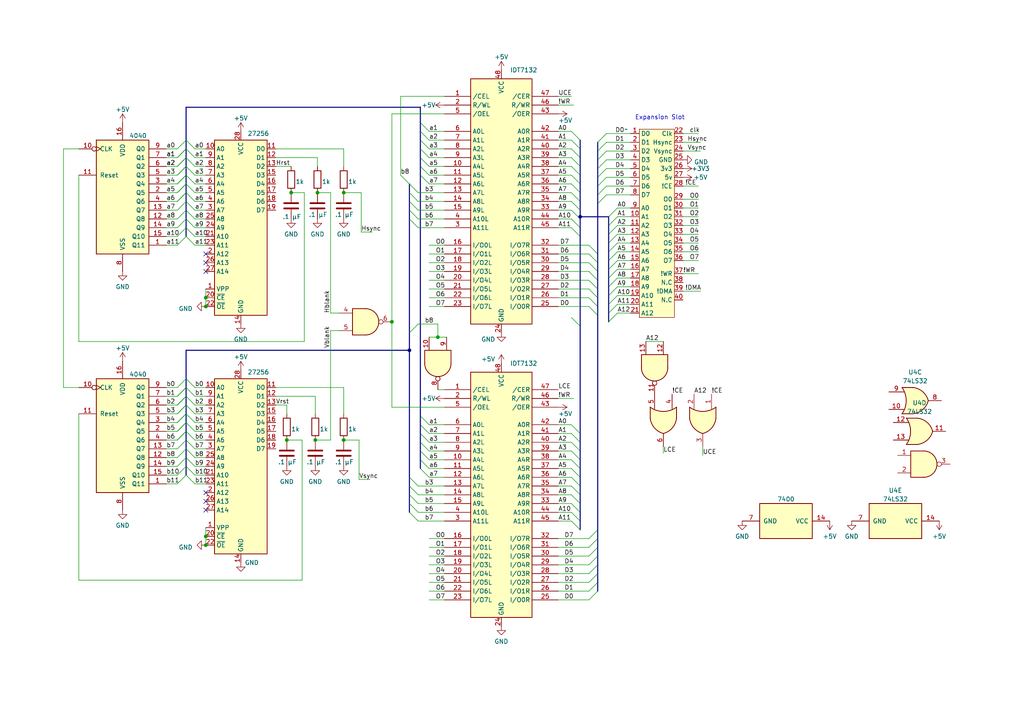
<source format=kicad_sch>
(kicad_sch (version 20230121) (generator eeschema)
  (paper "A4")
  (junction (at 118.745 101.6))
  (junction (at 59.69 88.9))
  (junction (at 99.695 127.635))
  (junction (at 83.185 127.635))
  (junction (at 168.275 62.865))
  (junction (at 99.695 55.88))
  (junction (at 92.075 55.88))
  (junction (at 127 97.79))
  (junction (at 91.44 127.635))
  (junction (at 59.69 86.36))
  (junction (at 84.455 55.88))
  (junction (at 59.69 155.575))
  (junction (at 113.665 93.345))
  (junction (at 59.69 158.115))
  (no_connect (at 59.69 78.74))
  (no_connect (at 59.69 76.2))
  (no_connect (at 59.69 73.66))
  (no_connect (at 59.69 145.415))
  (no_connect (at 59.69 142.875))
  (no_connect (at 59.69 147.955))
  (bus_entry (at 53.975 68.58) (size 2.54 2.54))
  (bus_entry (at 51.435 112.395) (size 2.54 -2.54))
  (bus_entry (at 53.975 122.555) (size 2.54 2.54))
  (bus_entry (at 170.815 81.28) (size 2.54 2.54))
  (bus_entry (at 51.435 120.015) (size 2.54 -2.54))
  (bus_entry (at 53.975 120.015) (size 2.54 2.54))
  (bus_entry (at 173.355 156.21) (size -2.54 2.54))
  (bus_entry (at 170.815 86.36) (size 2.54 2.54))
  (bus_entry (at 118.745 140.97) (size 2.54 2.54))
  (bus_entry (at 168.275 128.27) (size -2.54 -2.54))
  (bus_entry (at 168.275 153.67) (size -2.54 -2.54))
  (bus_entry (at 121.92 125.73) (size 2.54 2.54))
  (bus_entry (at 170.815 73.66) (size 2.54 2.54))
  (bus_entry (at 121.92 120.65) (size 2.54 2.54))
  (bus_entry (at 121.92 135.89) (size 2.54 2.54))
  (bus_entry (at 51.435 137.795) (size 2.54 -2.54))
  (bus_entry (at 53.975 127.635) (size 2.54 2.54))
  (bus_entry (at 53.975 60.96) (size 2.54 2.54))
  (bus_entry (at 118.745 96.52) (size 2.54 -2.54))
  (bus_entry (at 173.355 153.67) (size -2.54 2.54))
  (bus_entry (at 53.975 53.34) (size 2.54 2.54))
  (bus_entry (at 53.975 130.175) (size 2.54 2.54))
  (bus_entry (at 51.435 114.935) (size 2.54 -2.54))
  (bus_entry (at 51.435 71.12) (size 2.54 -2.54))
  (bus_entry (at 121.92 35.56) (size 2.54 2.54))
  (bus_entry (at 51.435 125.095) (size 2.54 -2.54))
  (bus_entry (at 51.435 114.935) (size 2.54 -2.54))
  (bus_entry (at 118.745 58.42) (size 2.54 2.54))
  (bus_entry (at 51.435 140.335) (size 2.54 -2.54))
  (bus_entry (at 121.92 45.72) (size 2.54 2.54))
  (bus_entry (at 176.53 93.345) (size 2.54 -2.54))
  (bus_entry (at 121.92 50.8) (size 2.54 2.54))
  (bus_entry (at 51.435 68.58) (size 2.54 -2.54))
  (bus_entry (at 53.975 125.095) (size 2.54 2.54))
  (bus_entry (at 53.975 66.04) (size 2.54 2.54))
  (bus_entry (at 168.275 40.64) (size -2.54 -2.54))
  (bus_entry (at 168.275 63.5) (size -2.54 -2.54))
  (bus_entry (at 173.355 43.815) (size 2.54 -2.54))
  (bus_entry (at 173.355 46.355) (size 2.54 -2.54))
  (bus_entry (at 118.745 138.43) (size 2.54 2.54))
  (bus_entry (at 51.435 127.635) (size 2.54 -2.54))
  (bus_entry (at 51.435 120.015) (size 2.54 -2.54))
  (bus_entry (at 53.975 117.475) (size 2.54 2.54))
  (bus_entry (at 168.275 58.42) (size -2.54 -2.54))
  (bus_entry (at 168.275 133.35) (size -2.54 -2.54))
  (bus_entry (at 168.275 43.18) (size -2.54 -2.54))
  (bus_entry (at 176.53 78.105) (size 2.54 -2.54))
  (bus_entry (at 121.92 130.81) (size 2.54 2.54))
  (bus_entry (at 51.435 48.26) (size 2.54 -2.54))
  (bus_entry (at 173.355 166.37) (size -2.54 2.54))
  (bus_entry (at 121.92 40.64) (size 2.54 2.54))
  (bus_entry (at 51.435 50.8) (size 2.54 -2.54))
  (bus_entry (at 121.92 43.18) (size 2.54 2.54))
  (bus_entry (at 118.745 148.59) (size 2.54 2.54))
  (bus_entry (at 173.355 41.275) (size 2.54 -2.54))
  (bus_entry (at 51.435 58.42) (size 2.54 -2.54))
  (bus_entry (at 176.53 67.945) (size 2.54 -2.54))
  (bus_entry (at 168.275 48.26) (size -2.54 -2.54))
  (bus_entry (at 176.53 70.485) (size 2.54 -2.54))
  (bus_entry (at 168.275 130.81) (size -2.54 -2.54))
  (bus_entry (at 51.435 135.255) (size 2.54 -2.54))
  (bus_entry (at 51.435 132.715) (size 2.54 -2.54))
  (bus_entry (at 165.735 92.075) (size 2.54 2.54))
  (bus_entry (at 121.92 38.1) (size 2.54 2.54))
  (bus_entry (at 173.355 163.83) (size -2.54 2.54))
  (bus_entry (at 53.975 43.18) (size 2.54 2.54))
  (bus_entry (at 173.355 48.895) (size 2.54 -2.54))
  (bus_entry (at 118.745 146.05) (size 2.54 2.54))
  (bus_entry (at 51.435 130.175) (size 2.54 -2.54))
  (bus_entry (at 53.975 112.395) (size 2.54 2.54))
  (bus_entry (at 51.435 125.095) (size 2.54 -2.54))
  (bus_entry (at 176.53 90.805) (size 2.54 -2.54))
  (bus_entry (at 51.435 127.635) (size 2.54 -2.54))
  (bus_entry (at 170.815 78.74) (size 2.54 2.54))
  (bus_entry (at 173.355 171.45) (size -2.54 2.54))
  (bus_entry (at 168.275 135.89) (size -2.54 -2.54))
  (bus_entry (at 168.275 143.51) (size -2.54 -2.54))
  (bus_entry (at 53.975 135.255) (size 2.54 2.54))
  (bus_entry (at 53.975 137.795) (size 2.54 2.54))
  (bus_entry (at 53.975 109.855) (size 2.54 2.54))
  (bus_entry (at 121.92 128.27) (size 2.54 2.54))
  (bus_entry (at 51.435 117.475) (size 2.54 -2.54))
  (bus_entry (at 173.355 59.055) (size 2.54 -2.54))
  (bus_entry (at 121.92 123.19) (size 2.54 2.54))
  (bus_entry (at 176.53 80.645) (size 2.54 -2.54))
  (bus_entry (at 176.53 75.565) (size 2.54 -2.54))
  (bus_entry (at 51.435 122.555) (size 2.54 -2.54))
  (bus_entry (at 121.92 133.35) (size 2.54 2.54))
  (bus_entry (at 176.53 62.865) (size 2.54 -2.54))
  (bus_entry (at 51.435 122.555) (size 2.54 -2.54))
  (bus_entry (at 168.275 138.43) (size -2.54 -2.54))
  (bus_entry (at 51.435 60.96) (size 2.54 -2.54))
  (bus_entry (at 170.815 71.12) (size 2.54 2.54))
  (bus_entry (at 118.745 60.96) (size 2.54 2.54))
  (bus_entry (at 168.275 146.05) (size -2.54 -2.54))
  (bus_entry (at 118.745 53.34) (size 2.54 2.54))
  (bus_entry (at 168.275 50.8) (size -2.54 -2.54))
  (bus_entry (at 53.975 40.64) (size 2.54 2.54))
  (bus_entry (at 176.53 83.185) (size 2.54 -2.54))
  (bus_entry (at 170.815 88.9) (size 2.54 2.54))
  (bus_entry (at 51.435 55.88) (size 2.54 -2.54))
  (bus_entry (at 168.275 151.13) (size -2.54 -2.54))
  (bus_entry (at 118.745 63.5) (size 2.54 2.54))
  (bus_entry (at 51.435 63.5) (size 2.54 -2.54))
  (bus_entry (at 53.975 45.72) (size 2.54 2.54))
  (bus_entry (at 53.975 132.715) (size 2.54 2.54))
  (bus_entry (at 173.355 51.435) (size 2.54 -2.54))
  (bus_entry (at 51.435 66.04) (size 2.54 -2.54))
  (bus_entry (at 51.435 55.88) (size 2.54 -2.54))
  (bus_entry (at 176.53 85.725) (size 2.54 -2.54))
  (bus_entry (at 168.275 140.97) (size -2.54 -2.54))
  (bus_entry (at 51.435 53.34) (size 2.54 -2.54))
  (bus_entry (at 168.275 45.72) (size -2.54 -2.54))
  (bus_entry (at 53.975 55.88) (size 2.54 2.54))
  (bus_entry (at 168.275 148.59) (size -2.54 -2.54))
  (bus_entry (at 168.275 125.73) (size -2.54 -2.54))
  (bus_entry (at 53.975 48.26) (size 2.54 2.54))
  (bus_entry (at 53.975 63.5) (size 2.54 2.54))
  (bus_entry (at 176.53 73.025) (size 2.54 -2.54))
  (bus_entry (at 51.435 50.8) (size 2.54 -2.54))
  (bus_entry (at 173.355 158.75) (size -2.54 2.54))
  (bus_entry (at 51.435 48.26) (size 2.54 -2.54))
  (bus_entry (at 121.92 48.26) (size 2.54 2.54))
  (bus_entry (at 118.745 53.34) (size -2.54 -2.54))
  (bus_entry (at 51.435 117.475) (size 2.54 -2.54))
  (bus_entry (at 51.435 45.72) (size 2.54 -2.54))
  (bus_entry (at 173.355 168.91) (size -2.54 2.54))
  (bus_entry (at 176.53 65.405) (size 2.54 -2.54))
  (bus_entry (at 176.53 88.265) (size 2.54 -2.54))
  (bus_entry (at 51.435 43.18) (size 2.54 -2.54))
  (bus_entry (at 53.975 50.8) (size 2.54 2.54))
  (bus_entry (at 170.815 83.82) (size 2.54 2.54))
  (bus_entry (at 173.355 161.29) (size -2.54 2.54))
  (bus_entry (at 168.275 68.58) (size -2.54 -2.54))
  (bus_entry (at 168.275 60.96) (size -2.54 -2.54))
  (bus_entry (at 51.435 58.42) (size 2.54 -2.54))
  (bus_entry (at 170.815 76.2) (size 2.54 2.54))
  (bus_entry (at 173.355 56.515) (size 2.54 -2.54))
  (bus_entry (at 173.355 53.975) (size 2.54 -2.54))
  (bus_entry (at 51.435 53.34) (size 2.54 -2.54))
  (bus_entry (at 168.275 53.34) (size -2.54 -2.54))
  (bus_entry (at 51.435 45.72) (size 2.54 -2.54))
  (bus_entry (at 53.975 58.42) (size 2.54 2.54))
  (bus_entry (at 118.745 55.88) (size 2.54 2.54))
  (bus_entry (at 118.745 143.51) (size 2.54 2.54))
  (bus_entry (at 168.275 55.88) (size -2.54 -2.54))
  (bus_entry (at 168.275 66.04) (size -2.54 -2.54))
  (bus_entry (at 53.975 114.935) (size 2.54 2.54))
  (bus (pts (xy 168.275 146.05) (xy 168.275 148.59)))
  (bus (pts (xy 118.745 138.43) (xy 118.745 140.97)))
  (wire (pts (xy 124.46 130.81) (xy 128.905 130.81)))
  (bus (pts (xy 168.275 151.13) (xy 168.275 153.67)))
  (wire (pts (xy 48.26 122.555) (xy 51.435 122.555)))
  (wire (pts (xy 56.515 125.095) (xy 59.69 125.095)))
  (bus (pts (xy 53.975 66.04) (xy 53.975 68.58)))
  (wire (pts (xy 104.775 55.88) (xy 104.775 67.31)))
  (wire (pts (xy 175.895 38.735) (xy 182.88 38.735)))
  (wire (pts (xy 161.925 53.34) (xy 165.735 53.34)))
  (wire (pts (xy 48.26 58.42) (xy 51.435 58.42)))
  (bus (pts (xy 168.275 60.96) (xy 168.275 62.865)))
  (wire (pts (xy 22.86 99.06) (xy 22.86 50.8)))
  (wire (pts (xy 121.285 66.04) (xy 128.905 66.04)))
  (wire (pts (xy 128.905 83.82) (xy 124.46 83.82)))
  (wire (pts (xy 22.86 168.275) (xy 22.86 120.015)))
  (wire (pts (xy 179.07 80.645) (xy 182.88 80.645)))
  (wire (pts (xy 48.26 50.8) (xy 51.435 50.8)))
  (bus (pts (xy 173.355 73.66) (xy 173.355 59.055)))
  (wire (pts (xy 48.26 114.935) (xy 51.435 114.935)))
  (wire (pts (xy 48.26 53.34) (xy 51.435 53.34)))
  (wire (pts (xy 128.905 118.11) (xy 113.665 118.11)))
  (bus (pts (xy 168.275 40.64) (xy 168.275 43.18)))
  (wire (pts (xy 48.26 45.72) (xy 51.435 45.72)))
  (bus (pts (xy 121.92 31.115) (xy 53.975 31.115)))
  (wire (pts (xy 124.46 40.64) (xy 128.905 40.64)))
  (wire (pts (xy 161.925 130.81) (xy 165.735 130.81)))
  (wire (pts (xy 88.265 55.88) (xy 88.265 99.06)))
  (wire (pts (xy 161.925 58.42) (xy 165.735 58.42)))
  (wire (pts (xy 124.46 135.89) (xy 128.905 135.89)))
  (wire (pts (xy 161.925 78.74) (xy 170.815 78.74)))
  (wire (pts (xy 48.26 132.715) (xy 51.435 132.715)))
  (wire (pts (xy 161.925 151.13) (xy 165.735 151.13)))
  (wire (pts (xy 166.37 30.48) (xy 161.925 30.48)))
  (wire (pts (xy 161.925 45.72) (xy 165.735 45.72)))
  (wire (pts (xy 170.815 168.91) (xy 161.925 168.91)))
  (wire (pts (xy 203.2 41.275) (xy 198.12 41.275)))
  (wire (pts (xy 170.815 156.21) (xy 161.925 156.21)))
  (bus (pts (xy 168.275 128.27) (xy 168.275 130.81)))
  (bus (pts (xy 53.975 63.5) (xy 53.975 66.04)))
  (bus (pts (xy 53.975 112.395) (xy 53.975 114.935)))
  (wire (pts (xy 59.69 153.035) (xy 59.69 155.575)))
  (wire (pts (xy 48.26 130.175) (xy 51.435 130.175)))
  (bus (pts (xy 121.92 38.1) (xy 121.92 35.56)))
  (wire (pts (xy 161.925 43.18) (xy 165.735 43.18)))
  (bus (pts (xy 168.275 53.34) (xy 168.275 55.88)))
  (wire (pts (xy 128.905 71.12) (xy 124.46 71.12)))
  (bus (pts (xy 173.355 48.895) (xy 173.355 51.435)))
  (bus (pts (xy 168.275 143.51) (xy 168.275 146.05)))
  (bus (pts (xy 168.275 68.58) (xy 168.275 94.615)))
  (wire (pts (xy 128.905 33.02) (xy 113.665 33.02)))
  (wire (pts (xy 56.515 132.715) (xy 59.69 132.715)))
  (wire (pts (xy 124.46 43.18) (xy 128.905 43.18)))
  (wire (pts (xy 128.905 156.21) (xy 124.46 156.21)))
  (bus (pts (xy 168.275 130.81) (xy 168.275 133.35)))
  (bus (pts (xy 173.355 41.275) (xy 173.355 43.815)))
  (wire (pts (xy 124.46 133.35) (xy 128.905 133.35)))
  (bus (pts (xy 176.53 85.725) (xy 176.53 88.265)))
  (wire (pts (xy 175.895 56.515) (xy 182.88 56.515)))
  (wire (pts (xy 202.565 38.735) (xy 198.12 38.735)))
  (wire (pts (xy 170.815 163.83) (xy 161.925 163.83)))
  (bus (pts (xy 168.275 62.865) (xy 168.275 63.5)))
  (wire (pts (xy 202.565 57.785) (xy 198.12 57.785)))
  (bus (pts (xy 168.275 138.43) (xy 168.275 140.97)))
  (bus (pts (xy 53.975 125.095) (xy 53.975 127.635)))
  (wire (pts (xy 128.905 73.66) (xy 124.46 73.66)))
  (bus (pts (xy 168.275 66.04) (xy 168.275 68.58)))
  (bus (pts (xy 53.975 101.6) (xy 53.975 109.855)))
  (bus (pts (xy 118.745 53.34) (xy 118.745 55.88)))
  (bus (pts (xy 173.355 56.515) (xy 173.355 59.055)))
  (bus (pts (xy 118.745 63.5) (xy 118.745 96.52)))
  (bus (pts (xy 121.92 35.56) (xy 121.92 31.115)))
  (wire (pts (xy 56.515 120.015) (xy 59.69 120.015)))
  (bus (pts (xy 176.53 90.805) (xy 176.53 93.345)))
  (wire (pts (xy 170.815 158.75) (xy 161.925 158.75)))
  (bus (pts (xy 176.53 80.645) (xy 176.53 83.185)))
  (wire (pts (xy 161.925 55.88) (xy 165.735 55.88)))
  (wire (pts (xy 124.46 125.73) (xy 128.905 125.73)))
  (wire (pts (xy 113.665 33.02) (xy 113.665 93.345)))
  (wire (pts (xy 121.285 140.97) (xy 128.905 140.97)))
  (wire (pts (xy 179.07 75.565) (xy 182.88 75.565)))
  (bus (pts (xy 118.745 146.05) (xy 118.745 148.59)))
  (wire (pts (xy 179.07 83.185) (xy 182.88 83.185)))
  (wire (pts (xy 98.425 95.885) (xy 95.885 95.885)))
  (bus (pts (xy 118.745 58.42) (xy 118.745 60.96)))
  (wire (pts (xy 161.925 88.9) (xy 170.815 88.9)))
  (wire (pts (xy 56.515 50.8) (xy 59.69 50.8)))
  (bus (pts (xy 176.53 70.485) (xy 176.53 73.025)))
  (bus (pts (xy 173.355 81.28) (xy 173.355 83.82)))
  (wire (pts (xy 104.14 127.635) (xy 104.14 139.065)))
  (bus (pts (xy 168.275 45.72) (xy 168.275 48.26)))
  (bus (pts (xy 173.355 46.355) (xy 173.355 48.895)))
  (wire (pts (xy 48.26 60.96) (xy 51.435 60.96)))
  (bus (pts (xy 53.975 114.935) (xy 53.975 117.475)))
  (wire (pts (xy 128.905 76.2) (xy 124.46 76.2)))
  (wire (pts (xy 104.775 67.31) (xy 107.95 67.31)))
  (wire (pts (xy 121.285 143.51) (xy 128.905 143.51)))
  (wire (pts (xy 59.69 86.36) (xy 59.69 88.9)))
  (bus (pts (xy 168.275 62.865) (xy 176.53 62.865)))
  (bus (pts (xy 176.53 75.565) (xy 176.53 78.105)))
  (wire (pts (xy 202.565 79.375) (xy 198.12 79.375)))
  (wire (pts (xy 99.695 43.18) (xy 99.695 48.26)))
  (wire (pts (xy 48.26 125.095) (xy 51.435 125.095)))
  (wire (pts (xy 166.37 115.57) (xy 161.925 115.57)))
  (wire (pts (xy 99.695 43.18) (xy 80.01 43.18)))
  (bus (pts (xy 173.355 161.29) (xy 173.355 158.75)))
  (bus (pts (xy 53.975 127.635) (xy 53.975 130.175)))
  (wire (pts (xy 128.905 166.37) (xy 124.46 166.37)))
  (wire (pts (xy 121.285 58.42) (xy 128.905 58.42)))
  (wire (pts (xy 179.07 90.805) (xy 182.88 90.805)))
  (wire (pts (xy 161.925 63.5) (xy 165.735 63.5)))
  (bus (pts (xy 173.355 78.74) (xy 173.355 81.28)))
  (bus (pts (xy 173.355 76.2) (xy 173.355 78.74)))
  (wire (pts (xy 80.01 114.935) (xy 91.44 114.935)))
  (wire (pts (xy 18.415 112.395) (xy 22.86 112.395)))
  (wire (pts (xy 99.695 127.635) (xy 104.14 127.635)))
  (wire (pts (xy 175.895 53.975) (xy 182.88 53.975)))
  (wire (pts (xy 48.26 137.795) (xy 51.435 137.795)))
  (wire (pts (xy 161.925 125.73) (xy 165.735 125.73)))
  (wire (pts (xy 56.515 63.5) (xy 59.69 63.5)))
  (wire (pts (xy 161.925 123.19) (xy 165.735 123.19)))
  (wire (pts (xy 56.515 127.635) (xy 59.69 127.635)))
  (wire (pts (xy 92.075 55.88) (xy 95.885 55.88)))
  (bus (pts (xy 53.975 122.555) (xy 53.975 125.095)))
  (bus (pts (xy 173.355 88.9) (xy 173.355 91.44)))
  (bus (pts (xy 118.745 55.88) (xy 118.745 58.42)))
  (wire (pts (xy 170.815 173.99) (xy 161.925 173.99)))
  (wire (pts (xy 128.905 173.99) (xy 124.46 173.99)))
  (wire (pts (xy 56.515 112.395) (xy 59.69 112.395)))
  (wire (pts (xy 161.925 83.82) (xy 170.815 83.82)))
  (bus (pts (xy 168.275 63.5) (xy 168.275 66.04)))
  (wire (pts (xy 202.565 67.945) (xy 198.12 67.945)))
  (wire (pts (xy 48.26 112.395) (xy 51.435 112.395)))
  (wire (pts (xy 179.07 73.025) (xy 182.88 73.025)))
  (bus (pts (xy 168.275 133.35) (xy 168.275 135.89)))
  (wire (pts (xy 179.07 88.265) (xy 182.88 88.265)))
  (wire (pts (xy 128.905 78.74) (xy 124.46 78.74)))
  (bus (pts (xy 53.975 58.42) (xy 53.975 60.96)))
  (wire (pts (xy 128.905 168.91) (xy 124.46 168.91)))
  (wire (pts (xy 48.26 68.58) (xy 51.435 68.58)))
  (wire (pts (xy 121.285 146.05) (xy 128.905 146.05)))
  (wire (pts (xy 161.925 146.05) (xy 165.735 146.05)))
  (wire (pts (xy 83.185 127.635) (xy 87.63 127.635)))
  (bus (pts (xy 173.355 156.21) (xy 173.355 153.67)))
  (wire (pts (xy 124.46 45.72) (xy 128.905 45.72)))
  (wire (pts (xy 161.925 71.12) (xy 170.815 71.12)))
  (wire (pts (xy 56.515 117.475) (xy 59.69 117.475)))
  (bus (pts (xy 121.92 135.89) (xy 121.92 133.35)))
  (wire (pts (xy 104.14 139.065) (xy 107.315 139.065)))
  (bus (pts (xy 173.355 83.82) (xy 173.355 86.36)))
  (wire (pts (xy 202.565 62.865) (xy 198.12 62.865)))
  (bus (pts (xy 173.355 153.67) (xy 173.355 91.44)))
  (bus (pts (xy 53.975 60.96) (xy 53.975 63.5)))
  (wire (pts (xy 121.285 148.59) (xy 128.905 148.59)))
  (wire (pts (xy 202.565 60.325) (xy 198.12 60.325)))
  (bus (pts (xy 173.355 73.66) (xy 173.355 76.2)))
  (wire (pts (xy 91.44 114.935) (xy 91.44 120.015)))
  (wire (pts (xy 48.26 120.015) (xy 51.435 120.015)))
  (wire (pts (xy 84.455 55.88) (xy 88.265 55.88)))
  (bus (pts (xy 121.92 40.64) (xy 121.92 38.1)))
  (bus (pts (xy 176.53 67.945) (xy 176.53 70.485)))
  (bus (pts (xy 121.92 128.27) (xy 121.92 125.73)))
  (wire (pts (xy 18.415 43.18) (xy 18.415 112.395)))
  (wire (pts (xy 95.885 95.885) (xy 95.885 127.635)))
  (wire (pts (xy 56.515 137.795) (xy 59.69 137.795)))
  (wire (pts (xy 56.515 122.555) (xy 59.69 122.555)))
  (bus (pts (xy 121.92 120.65) (xy 121.92 50.8)))
  (wire (pts (xy 161.925 73.66) (xy 170.815 73.66)))
  (wire (pts (xy 128.905 81.28) (xy 124.46 81.28)))
  (wire (pts (xy 124.46 53.34) (xy 128.905 53.34)))
  (bus (pts (xy 173.355 166.37) (xy 173.355 163.83)))
  (bus (pts (xy 176.53 78.105) (xy 176.53 80.645)))
  (wire (pts (xy 99.695 55.88) (xy 104.775 55.88)))
  (bus (pts (xy 168.275 58.42) (xy 168.275 60.96)))
  (wire (pts (xy 170.815 161.29) (xy 161.925 161.29)))
  (bus (pts (xy 176.53 65.405) (xy 176.53 67.945)))
  (bus (pts (xy 173.355 171.45) (xy 173.355 168.91)))
  (wire (pts (xy 80.01 117.475) (xy 83.185 117.475)))
  (bus (pts (xy 53.975 40.64) (xy 53.975 31.115)))
  (wire (pts (xy 48.26 63.5) (xy 51.435 63.5)))
  (bus (pts (xy 173.355 86.36) (xy 173.355 88.9)))
  (bus (pts (xy 53.975 53.34) (xy 53.975 55.88)))
  (wire (pts (xy 161.925 133.35) (xy 165.735 133.35)))
  (wire (pts (xy 56.515 60.96) (xy 59.69 60.96)))
  (wire (pts (xy 161.925 27.94) (xy 165.735 27.94)))
  (wire (pts (xy 95.885 55.88) (xy 95.885 90.805)))
  (wire (pts (xy 203.835 132.08) (xy 203.835 129.54)))
  (wire (pts (xy 198.12 53.975) (xy 202.565 53.975)))
  (wire (pts (xy 128.905 88.9) (xy 124.46 88.9)))
  (wire (pts (xy 161.925 138.43) (xy 165.735 138.43)))
  (wire (pts (xy 161.925 76.2) (xy 170.815 76.2)))
  (bus (pts (xy 53.975 48.26) (xy 53.975 50.8)))
  (wire (pts (xy 202.565 73.025) (xy 198.12 73.025)))
  (bus (pts (xy 168.275 43.18) (xy 168.275 45.72)))
  (wire (pts (xy 80.01 48.26) (xy 84.455 48.26)))
  (wire (pts (xy 22.86 168.275) (xy 87.63 168.275)))
  (wire (pts (xy 179.07 62.865) (xy 182.88 62.865)))
  (wire (pts (xy 202.565 70.485) (xy 198.12 70.485)))
  (wire (pts (xy 116.205 27.94) (xy 116.205 50.8)))
  (wire (pts (xy 187.325 99.06) (xy 192.405 99.06)))
  (wire (pts (xy 192.405 131.445) (xy 192.405 129.54)))
  (bus (pts (xy 168.275 140.97) (xy 168.275 143.51)))
  (wire (pts (xy 124.46 123.19) (xy 128.905 123.19)))
  (bus (pts (xy 121.92 45.72) (xy 121.92 43.18)))
  (wire (pts (xy 113.665 118.11) (xy 113.665 93.345)))
  (wire (pts (xy 59.69 155.575) (xy 59.69 158.115)))
  (wire (pts (xy 128.905 113.03) (xy 127 113.03)))
  (wire (pts (xy 56.515 130.175) (xy 59.69 130.175)))
  (wire (pts (xy 56.515 66.04) (xy 59.69 66.04)))
  (wire (pts (xy 91.44 127.635) (xy 95.885 127.635)))
  (bus (pts (xy 176.53 62.865) (xy 176.53 65.405)))
  (bus (pts (xy 118.745 143.51) (xy 118.745 146.05)))
  (wire (pts (xy 22.86 99.06) (xy 88.265 99.06)))
  (bus (pts (xy 53.975 132.715) (xy 53.975 135.255)))
  (bus (pts (xy 53.975 117.475) (xy 53.975 120.015)))
  (wire (pts (xy 170.815 166.37) (xy 161.925 166.37)))
  (wire (pts (xy 87.63 127.635) (xy 87.63 168.275)))
  (wire (pts (xy 121.285 63.5) (xy 128.905 63.5)))
  (bus (pts (xy 173.355 43.815) (xy 173.355 46.355)))
  (bus (pts (xy 121.92 43.18) (xy 121.92 40.64)))
  (bus (pts (xy 121.92 125.73) (xy 121.92 123.19)))
  (wire (pts (xy 175.895 41.275) (xy 182.88 41.275)))
  (wire (pts (xy 124.46 128.27) (xy 128.905 128.27)))
  (wire (pts (xy 56.515 48.26) (xy 59.69 48.26)))
  (wire (pts (xy 99.695 112.395) (xy 99.695 120.015)))
  (wire (pts (xy 48.26 43.18) (xy 51.435 43.18)))
  (bus (pts (xy 168.275 94.615) (xy 168.275 125.73)))
  (bus (pts (xy 118.745 101.6) (xy 118.745 138.43)))
  (bus (pts (xy 173.355 168.91) (xy 173.355 166.37)))
  (wire (pts (xy 161.925 143.51) (xy 165.735 143.51)))
  (wire (pts (xy 202.565 75.565) (xy 198.12 75.565)))
  (bus (pts (xy 168.275 135.89) (xy 168.275 138.43)))
  (bus (pts (xy 53.975 40.64) (xy 53.975 43.18)))
  (wire (pts (xy 179.07 78.105) (xy 182.88 78.105)))
  (bus (pts (xy 53.975 55.88) (xy 53.975 58.42)))
  (wire (pts (xy 161.925 140.97) (xy 165.735 140.97)))
  (bus (pts (xy 53.975 43.18) (xy 53.975 45.72)))
  (bus (pts (xy 168.275 55.88) (xy 168.275 58.42)))
  (bus (pts (xy 168.275 50.8) (xy 168.275 53.34)))
  (bus (pts (xy 121.92 48.26) (xy 121.92 45.72)))
  (wire (pts (xy 56.515 55.88) (xy 59.69 55.88)))
  (wire (pts (xy 175.895 51.435) (xy 182.88 51.435)))
  (wire (pts (xy 161.925 86.36) (xy 170.815 86.36)))
  (wire (pts (xy 124.46 48.26) (xy 128.905 48.26)))
  (bus (pts (xy 53.975 130.175) (xy 53.975 132.715)))
  (bus (pts (xy 121.92 130.81) (xy 121.92 128.27)))
  (bus (pts (xy 53.975 109.855) (xy 53.975 112.395)))
  (wire (pts (xy 203.2 84.455) (xy 198.12 84.455)))
  (wire (pts (xy 48.26 66.04) (xy 51.435 66.04)))
  (wire (pts (xy 179.07 65.405) (xy 182.88 65.405)))
  (wire (pts (xy 56.515 43.18) (xy 59.69 43.18)))
  (wire (pts (xy 179.07 67.945) (xy 182.88 67.945)))
  (bus (pts (xy 173.355 51.435) (xy 173.355 53.975)))
  (wire (pts (xy 121.285 55.88) (xy 128.905 55.88)))
  (wire (pts (xy 48.26 127.635) (xy 51.435 127.635)))
  (wire (pts (xy 128.905 161.29) (xy 124.46 161.29)))
  (wire (pts (xy 56.515 53.34) (xy 59.69 53.34)))
  (wire (pts (xy 124.46 50.8) (xy 128.905 50.8)))
  (wire (pts (xy 121.285 151.13) (xy 128.905 151.13)))
  (wire (pts (xy 59.69 83.82) (xy 59.69 86.36)))
  (wire (pts (xy 127 97.79) (xy 129.54 97.79)))
  (wire (pts (xy 202.565 65.405) (xy 198.12 65.405)))
  (wire (pts (xy 175.895 43.815) (xy 182.88 43.815)))
  (wire (pts (xy 99.06 127.635) (xy 99.695 127.635)))
  (wire (pts (xy 175.895 46.355) (xy 182.88 46.355)))
  (bus (pts (xy 176.53 73.025) (xy 176.53 75.565)))
  (bus (pts (xy 118.745 96.52) (xy 118.745 101.6)))
  (wire (pts (xy 48.26 117.475) (xy 51.435 117.475)))
  (bus (pts (xy 53.975 135.255) (xy 53.975 137.795)))
  (wire (pts (xy 124.46 138.43) (xy 128.905 138.43)))
  (wire (pts (xy 203.2 43.815) (xy 198.12 43.815)))
  (wire (pts (xy 56.515 71.12) (xy 59.69 71.12)))
  (wire (pts (xy 56.515 140.335) (xy 59.69 140.335)))
  (wire (pts (xy 128.905 163.83) (xy 124.46 163.83)))
  (wire (pts (xy 80.01 45.72) (xy 92.075 45.72)))
  (wire (pts (xy 170.815 171.45) (xy 161.925 171.45)))
  (bus (pts (xy 121.92 133.35) (xy 121.92 130.81)))
  (bus (pts (xy 168.275 48.26) (xy 168.275 50.8)))
  (wire (pts (xy 161.925 38.1) (xy 165.735 38.1)))
  (bus (pts (xy 173.355 53.975) (xy 173.355 56.515)))
  (wire (pts (xy 161.925 81.28) (xy 170.815 81.28)))
  (wire (pts (xy 179.07 85.725) (xy 182.88 85.725)))
  (wire (pts (xy 48.26 140.335) (xy 51.435 140.335)))
  (wire (pts (xy 121.285 60.96) (xy 128.905 60.96)))
  (bus (pts (xy 53.975 120.015) (xy 53.975 122.555)))
  (bus (pts (xy 53.975 101.6) (xy 118.745 101.6)))
  (bus (pts (xy 173.355 158.75) (xy 173.355 156.21)))
  (wire (pts (xy 56.515 58.42) (xy 59.69 58.42)))
  (bus (pts (xy 168.275 148.59) (xy 168.275 151.13)))
  (wire (pts (xy 161.925 128.27) (xy 165.735 128.27)))
  (bus (pts (xy 176.53 88.265) (xy 176.53 90.805)))
  (wire (pts (xy 124.46 38.1) (xy 128.905 38.1)))
  (bus (pts (xy 173.355 163.83) (xy 173.355 161.29)))
  (wire (pts (xy 128.905 27.94) (xy 116.205 27.94)))
  (wire (pts (xy 98.425 90.805) (xy 95.885 90.805)))
  (wire (pts (xy 161.925 40.64) (xy 165.735 40.64)))
  (wire (pts (xy 48.26 55.88) (xy 51.435 55.88)))
  (wire (pts (xy 124.46 97.79) (xy 127 97.79)))
  (wire (pts (xy 56.515 114.935) (xy 59.69 114.935)))
  (wire (pts (xy 161.925 48.26) (xy 165.735 48.26)))
  (wire (pts (xy 161.925 50.8) (xy 165.735 50.8)))
  (wire (pts (xy 92.075 45.72) (xy 92.075 48.26)))
  (wire (pts (xy 56.515 68.58) (xy 59.69 68.58)))
  (wire (pts (xy 127 93.98) (xy 127 97.79)))
  (wire (pts (xy 83.185 117.475) (xy 83.185 120.015)))
  (wire (pts (xy 128.905 171.45) (xy 124.46 171.45)))
  (wire (pts (xy 161.925 148.59) (xy 165.735 148.59)))
  (wire (pts (xy 161.925 66.04) (xy 165.735 66.04)))
  (wire (pts (xy 179.07 60.325) (xy 182.88 60.325)))
  (wire (pts (xy 175.895 48.895) (xy 182.88 48.895)))
  (wire (pts (xy 56.515 45.72) (xy 59.69 45.72)))
  (wire (pts (xy 161.925 60.96) (xy 165.735 60.96)))
  (wire (pts (xy 48.26 48.26) (xy 51.435 48.26)))
  (bus (pts (xy 121.92 123.19) (xy 121.92 120.65)))
  (wire (pts (xy 80.01 112.395) (xy 99.695 112.395)))
  (bus (pts (xy 121.92 50.8) (xy 121.92 48.26)))
  (wire (pts (xy 161.925 135.89) (xy 165.735 135.89)))
  (bus (pts (xy 176.53 83.185) (xy 176.53 85.725)))
  (wire (pts (xy 48.26 135.255) (xy 51.435 135.255)))
  (bus (pts (xy 118.745 140.97) (xy 118.745 143.51)))
  (wire (pts (xy 22.86 43.18) (xy 18.415 43.18)))
  (wire (pts (xy 48.26 71.12) (xy 51.435 71.12)))
  (wire (pts (xy 128.905 158.75) (xy 124.46 158.75)))
  (wire (pts (xy 121.285 93.98) (xy 127 93.98)))
  (wire (pts (xy 128.905 86.36) (xy 124.46 86.36)))
  (wire (pts (xy 179.07 70.485) (xy 182.88 70.485)))
  (bus (pts (xy 168.275 125.73) (xy 168.275 128.27)))
  (wire (pts (xy 56.515 135.255) (xy 59.69 135.255)))
  (bus (pts (xy 53.975 50.8) (xy 53.975 53.34)))
  (bus (pts (xy 53.975 45.72) (xy 53.975 48.26)))
  (bus (pts (xy 118.745 60.96) (xy 118.745 63.5)))
  (text "Expansion Slot\n" (at 184.15 34.925 0) (effects (font (size 1.27 1.27)) (justify left bottom)))
  (label "b7" (at 123.19 66.04 0))
  (label "b3" (at 123.19 140.97 0))
  (label "A7" (at 161.925 140.97 0))
  (label "b6" (at 48.26 127.635 0))
  (label "O1" (at 200.025 60.325 0))
  (label "!WR" (at 161.925 115.57 0))
  (label "Vrst" (at 80.01 117.475 0))
  (label "O7" (at 200.025 75.565 0))
  (label "A11" (at 161.925 66.04 0))
  (label "a4" (at 124.46 130.81 0))
  (label "b11" (at 48.26 140.335 0))
  (label "UCE" (at 203.835 132.08 0))
  (label "b0" (at 48.26 112.395 0))
  (label "b2" (at 56.515 117.475 0))
  (label "LCE" (at 161.925 113.03 0))
  (label "D7" (at 165.1 71.12 180))
  (label "A0" (at 161.925 38.1 0))
  (label "A0" (at 179.07 60.325 0))
  (label "D7" (at 178.435 56.515 0))
  (label "D5" (at 166.37 161.29 180))
  (label "A4" (at 161.925 48.26 0))
  (label "O3" (at 126.365 78.74 0))
  (label "b7" (at 123.19 151.13 0))
  (label "A3" (at 161.925 45.72 0))
  (label "b2" (at 48.26 117.475 0))
  (label "A5" (at 179.07 73.025 0))
  (label "A12" (at 179.07 90.805 0))
  (label "a6" (at 48.26 58.42 0))
  (label "A8" (at 161.925 143.51 0))
  (label "D7" (at 166.37 156.21 180))
  (label "a4" (at 124.46 45.72 0))
  (label "b6" (at 56.515 127.635 0))
  (label "A5" (at 161.925 135.89 0))
  (label "A6" (at 161.925 138.43 0))
  (label "D5" (at 165.1 76.2 180))
  (label "A0" (at 161.925 123.19 0))
  (label "a3" (at 124.46 128.27 0))
  (label "O2" (at 126.365 76.2 0))
  (label "b8" (at 116.205 50.8 0))
  (label "A1" (at 161.925 40.64 0))
  (label "O6" (at 200.025 73.025 0))
  (label "!WR" (at 161.925 30.48 0))
  (label "b5" (at 56.515 125.095 0))
  (label "A8" (at 161.925 58.42 0))
  (label "A4" (at 161.925 133.35 0))
  (label "!DMA" (at 198.755 84.455 0))
  (label "a1" (at 48.26 45.72 0))
  (label "b3" (at 56.515 120.015 0))
  (label "A1" (at 179.07 62.865 0))
  (label "a7" (at 48.26 60.96 0))
  (label "a6" (at 124.46 50.8 0))
  (label "!CE" (at 194.945 114.3 0))
  (label "A8" (at 179.07 80.645 0))
  (label "b4" (at 56.515 122.555 0))
  (label "O0" (at 126.365 71.12 0))
  (label "D0" (at 178.435 38.735 0))
  (label "O6" (at 126.365 171.45 0))
  (label "D0" (at 166.37 173.99 180))
  (label "b10" (at 56.515 137.795 0))
  (label "b1" (at 48.26 114.935 0))
  (label "b5" (at 123.19 146.05 0))
  (label "a9" (at 48.26 66.04 0))
  (label "O5" (at 126.365 168.91 0))
  (label "UCE" (at 161.925 27.94 0))
  (label "a5" (at 124.46 133.35 0))
  (label "D6" (at 165.1 73.66 180))
  (label "a4" (at 56.515 53.34 0))
  (label "O6" (at 126.365 86.36 0))
  (label "D2" (at 178.435 43.815 0))
  (label "a1" (at 124.46 38.1 0))
  (label "a3" (at 124.46 43.18 0))
  (label "D1" (at 165.1 86.36 180))
  (label "Vsync" (at 104.14 139.065 0))
  (label "b8" (at 123.19 93.98 0))
  (label "D3" (at 166.37 166.37 180))
  (label "A9" (at 161.925 146.05 0))
  (label "A10" (at 179.07 85.725 0))
  (label "O5" (at 200.025 70.485 0))
  (label "Vsync" (at 199.39 43.815 0))
  (label "b0" (at 56.515 112.395 0))
  (label "D5" (at 178.435 51.435 0))
  (label "A5" (at 161.925 50.8 0))
  (label "a1" (at 124.46 123.19 0))
  (label "A11" (at 161.925 151.13 0))
  (label "a9" (at 56.515 66.04 0))
  (label "clk" (at 200.025 38.735 0))
  (label "a10" (at 56.515 68.58 0))
  (label "Hsync" (at 104.775 67.31 0))
  (label "!CE" (at 198.755 53.975 0))
  (label "b4" (at 123.19 143.51 0))
  (label "a7" (at 124.46 53.34 0))
  (label "b8" (at 48.26 132.715 0))
  (label "A12" (at 201.295 114.3 0))
  (label "b11" (at 56.515 140.335 0))
  (label "Hblank" (at 95.885 90.805 90))
  (label "a6" (at 56.515 58.42 0))
  (label "a3" (at 56.515 50.8 0))
  (label "D4" (at 165.1 78.74 180))
  (label "D2" (at 165.1 83.82 180))
  (label "a4" (at 48.26 53.34 0))
  (label "A11" (at 179.07 88.265 0))
  (label "D3" (at 165.1 81.28 180))
  (label "A10" (at 161.925 63.5 0))
  (label "a10" (at 48.26 68.58 0))
  (label "A7" (at 161.925 55.88 0))
  (label "A2" (at 161.925 128.27 0))
  (label "O1" (at 126.365 73.66 0))
  (label "b9" (at 48.26 135.255 0))
  (label "A7" (at 179.07 78.105 0))
  (label "A3" (at 161.925 130.81 0))
  (label "a7" (at 124.46 138.43 0))
  (label "a0" (at 48.26 43.18 0))
  (label "a2" (at 56.515 48.26 0))
  (label "D1" (at 166.37 171.45 180))
  (label "a5" (at 56.515 55.88 0))
  (label "O0" (at 126.365 156.21 0))
  (label "O5" (at 126.365 83.82 0))
  (label "D3" (at 178.435 46.355 0))
  (label "A12" (at 187.325 99.06 0))
  (label "!WR" (at 198.12 79.375 0))
  (label "A9" (at 179.07 83.185 0))
  (label "D1" (at 178.435 41.275 0))
  (label "a1" (at 48.26 45.72 0))
  (label "b5" (at 123.19 60.96 0))
  (label "b4" (at 48.26 122.555 0))
  (label "D4" (at 178.435 48.895 0))
  (label "A10" (at 161.925 148.59 0))
  (label "LCE" (at 192.405 131.445 0))
  (label "A1" (at 161.925 125.73 0))
  (label "b7" (at 48.26 130.175 0))
  (label "a1" (at 56.515 45.72 0))
  (label "A3" (at 179.07 67.945 0))
  (label "!CE" (at 206.375 114.3 0))
  (label "b1" (at 56.515 114.935 0))
  (label "b8" (at 56.515 132.715 0))
  (label "Hsync" (at 199.39 41.275 0))
  (label "a5" (at 48.26 55.88 0))
  (label "b9" (at 56.515 135.255 0))
  (label "a8" (at 56.515 63.5 0))
  (label "Vblank" (at 95.885 100.965 90))
  (label "A6" (at 161.925 53.34 0))
  (label "b6" (at 123.19 63.5 0))
  (label "A2" (at 161.925 43.18 0))
  (label "a2" (at 124.46 125.73 0))
  (label "O1" (at 126.365 158.75 0))
  (label "O2" (at 200.025 62.865 0))
  (label "a5" (at 124.46 48.26 0))
  (label "A4" (at 179.07 70.485 0))
  (label "D6" (at 178.435 53.975 0))
  (label "b3" (at 48.26 120.015 0))
  (label "a0" (at 56.515 43.18 0))
  (label "O4" (at 126.365 166.37 0))
  (label "A9" (at 161.925 60.96 0))
  (label "D2" (at 166.37 168.91 180))
  (label "b5" (at 48.26 125.095 0))
  (label "b6" (at 123.19 148.59 0))
  (label "A2" (at 179.07 65.405 0))
  (label "D4" (at 166.37 163.83 180))
  (label "b3" (at 123.19 55.88 0))
  (label "O7" (at 126.365 88.9 0))
  (label "b10" (at 48.26 137.795 0))
  (label "a8" (at 48.26 63.5 0))
  (label "D0" (at 165.1 88.9 180))
  (label "O7" (at 126.365 173.99 0))
  (label "O2" (at 126.365 161.29 0))
  (label "a2" (at 48.26 48.26 0))
  (label "b4" (at 123.19 58.42 0))
  (label "a11" (at 48.26 71.12 0))
  (label "O3" (at 126.365 163.83 0))
  (label "a7" (at 56.515 60.96 0))
  (label "O3" (at 200.025 65.405 0))
  (label "O4" (at 200.025 67.945 0))
  (label "a3" (at 48.26 50.8 0))
  (label "O0" (at 200.025 57.785 0))
  (label "A6" (at 179.07 75.565 0))
  (label "a2" (at 124.46 40.64 0))
  (label "a6" (at 124.46 135.89 0))
  (label "O4" (at 126.365 81.28 0))
  (label "a2" (at 48.26 48.26 0))
  (label "Hrst" (at 80.01 48.26 0))
  (label "D6" (at 166.37 158.75 180))
  (label "a11" (at 56.515 71.12 0))
  (label "b7" (at 56.515 130.175 0))
  (symbol (lib_id "4xxx:4040") (at 35.56 125.095 0) (unit 1)
    (property "Reference" "U3" (effects hide))
    (property "Value" "4040" (at 37.5159 108.585 0) (effects (justify left)))
    (property "Footprint" "Package_DIP:DIP-16_W7.62mm_Socket" (effects hide))
    (property "Datasheet" "http://www.intersil.com/content/dam/Intersil/documents/cd40/cd4020bms-24bms-40bms.pdf" (effects hide))
  )
  (symbol (lib_id "power:GND") (at 35.56 78.74 0) (unit 1)
    (property "Reference" "#PWR07" (effects hide))
    (property "Value" "GND" (at 35.56 83.185 0))
  )
  (symbol (lib_id "power:+5V") (at 240.665 151.13 180) (unit 1)
    (property "Reference" "#PWR019" (effects hide))
    (property "Value" "+5V" (at 240.665 155.575 0))
  )
  (symbol (lib_id "power:GND") (at 92.075 63.5 0) (unit 1)
    (property "Reference" "#PWR021" (effects hide))
    (property "Value" "GND" (at 92.075 67.945 0))
  )
  (symbol (lib_id "Device:R") (at 84.455 52.07 0) (unit 1)
    (property "Reference" "R1" (effects hide))
    (property "Value" "1k" (at 85.725 52.705 0) (effects (justify left)))
    (property "Footprint" "Resistor_THT:R_Axial_DIN0207_L6.3mm_D2.5mm_P7.62mm_Horizontal" (effects hide))
  )
  (symbol (lib_id "power:GND") (at 59.69 88.9 270) (unit 1)
    (property "Reference" "#PWR08" (effects hide))
    (property "Value" "GND" (at 55.88 89.535 90) (effects (justify right)))
  )
  (symbol (lib_id "power:GND") (at 69.85 163.195 0) (unit 1)
    (property "Reference" "#PWR012" (effects hide))
    (property "Value" "GND" (at 73.025 163.195 0))
  )
  (symbol (lib_id "74xx:7400") (at 127 105.41 270) (unit 3)
    (property "Reference" "U7" (effects hide))
    (property "Value" "7400" (effects hide))
    (property "Footprint" "Package_DIP:DIP-14_W7.62mm_Socket" (effects hide))
    (property "Datasheet" "http://www.ti.com/lit/gpn/sn7400" (effects hide))
  )
  (symbol (lib_id "Device:R") (at 83.185 123.825 0) (unit 1)
    (property "Reference" "R4" (effects hide))
    (property "Value" "1k" (at 84.455 124.46 0) (effects (justify left)))
    (property "Footprint" "Resistor_THT:R_Axial_DIN0207_L6.3mm_D2.5mm_P7.62mm_Horizontal" (effects hide))
  )
  (symbol (lib_id "power:+5V") (at 69.85 38.1 0) (unit 1)
    (property "Reference" "#PWR02" (effects hide))
    (property "Value" "+5V" (at 69.85 34.29 0))
  )
  (symbol (lib_id "power:GND") (at 198.12 46.355 90) (unit 1)
    (property "Reference" "#PWR05" (effects hide))
    (property "Value" "GND" (at 201.295 46.99 90) (effects (justify right)))
  )
  (symbol (lib_id "74xx:74LS32") (at 259.715 151.13 270) (unit 5)
    (property "Reference" "U4" (at 259.715 142.24 90))
    (property "Value" "74LS32" (at 259.715 144.78 90))
    (property "Footprint" "Package_DIP:DIP-14_W7.62mm" (effects hide))
    (property "Datasheet" "http://www.ti.com/lit/gpn/sn74LS32" (effects hide))
  )
  (symbol (lib_id "Device:C") (at 92.075 59.69 0) (unit 1)
    (property "Reference" "C2" (effects hide))
    (property "Value" ".1 μF" (at 89.535 62.23 0) (effects (justify left)))
    (property "Footprint" "Capacitor_THT:C_Disc_D3.4mm_W2.1mm_P2.50mm" (effects hide))
  )
  (symbol (lib_id "power:GND") (at 91.44 135.255 0) (unit 1)
    (property "Reference" "#PWR024" (effects hide))
    (property "Value" "GND" (at 91.44 139.7 0))
  )
  (symbol (lib_id "power:+5V") (at 128.905 115.57 90) (unit 1)
    (property "Reference" "#PWR033" (effects hide))
    (property "Value" "+5V" (at 126.365 115.57 90) (effects (justify left)))
  )
  (symbol (lib_id "power:+5V") (at 145.415 105.41 0) (unit 1)
    (property "Reference" "#PWR015" (effects hide))
    (property "Value" "+5V" (at 141.605 104.14 0))
  )
  (symbol (lib_id "power:GND") (at 83.185 135.255 0) (unit 1)
    (property "Reference" "#PWR023" (effects hide))
    (property "Value" "GND" (at 83.185 139.7 0))
  )
  (symbol (lib_id "power:+5V") (at 35.56 35.56 0) (unit 1)
    (property "Reference" "#PWR01" (effects hide))
    (property "Value" "+5V" (at 35.56 31.75 0))
  )
  (symbol (lib_id "Device:R") (at 99.695 52.07 0) (unit 1)
    (property "Reference" "R3" (effects hide))
    (property "Value" "1k" (at 100.965 52.705 0) (effects (justify left)))
    (property "Footprint" "Resistor_THT:R_Axial_DIN0207_L6.3mm_D2.5mm_P7.62mm_Horizontal" (effects hide))
  )
  (symbol (lib_id "power:+3V3") (at 198.12 48.895 270) (unit 1)
    (property "Reference" "#PWR027" (effects hide))
    (property "Value" "+3V3" (at 203.2 48.895 90))
  )
  (symbol (lib_id "power:GND") (at 84.455 63.5 0) (unit 1)
    (property "Reference" "#PWR020" (effects hide))
    (property "Value" "GND" (at 84.455 67.945 0))
  )
  (symbol (lib_id "power:GND") (at 59.69 158.115 270) (unit 1)
    (property "Reference" "#PWR011" (effects hide))
    (property "Value" "GND" (at 55.88 158.75 90) (effects (justify right)))
  )
  (symbol (lib_id "power:+5V") (at 69.85 107.315 0) (unit 1)
    (property "Reference" "#PWR04" (effects hide))
    (property "Value" "+5V" (at 69.85 103.505 0))
  )
  (symbol (lib_id "power:+5V") (at 161.925 33.02 270) (unit 1)
    (property "Reference" "#PWR018" (effects hide))
    (property "Value" "+5V" (at 161.925 34.925 90) (effects (justify left)))
  )
  (symbol (lib_id "Device:C") (at 91.44 131.445 0) (unit 1)
    (property "Reference" "C5" (effects hide))
    (property "Value" ".1 μF" (at 88.9 133.985 0) (effects (justify left)))
    (property "Footprint" "Capacitor_THT:C_Disc_D3.4mm_W2.1mm_P2.50mm" (effects hide))
  )
  (symbol (lib_id "Device:C") (at 83.185 131.445 0) (unit 1)
    (property "Reference" "C4" (effects hide))
    (property "Value" ".1 μF" (at 80.645 133.985 0) (effects (justify left)))
    (property "Footprint" "Capacitor_THT:C_Disc_D3.4mm_W2.1mm_P2.50mm" (effects hide))
  )
  (symbol (lib_id "74xx:74LS32") (at 265.43 116.205 0) (unit 3)
    (property "Reference" "U4" (at 265.43 107.95 0))
    (property "Value" "74LS32" (at 265.43 110.49 0))
    (property "Footprint" "Package_DIP:DIP-14_W7.62mm" (effects hide))
    (property "Datasheet" "http://www.ti.com/lit/gpn/sn74LS32" (effects hide))
  )
  (symbol (lib_id "Memory_EPROM:27256") (at 69.85 135.255 0) (unit 1)
    (property "Reference" "U2" (effects hide))
    (property "Value" "27256" (at 71.8059 107.95 0) (effects (justify left)))
    (property "Footprint" "Package_DIP:DIP-28_W15.24mm_Socket" (effects hide))
    (property "Datasheet" "http://datasheet.octopart.com/D27256-2-Intel-datasheet-17852618.pdf" (effects hide))
  )
  (symbol (lib_id "power:+5V") (at 198.12 51.435 270) (unit 1)
    (property "Reference" "#PWR028" (effects hide))
    (property "Value" "+5V" (at 203.2 51.435 90))
  )
  (symbol (lib_id "Device:C") (at 84.455 59.69 0) (unit 1)
    (property "Reference" "C1" (effects hide))
    (property "Value" ".1 μF" (at 81.915 62.865 0) (effects (justify left)))
    (property "Footprint" "Capacitor_THT:C_Disc_D3.4mm_W2.1mm_P2.50mm" (effects hide))
  )
  (symbol (lib_id "new shii:IDT7134") (at 151.765 143.51 0) (unit 1)
    (property "Reference" "U6" (effects hide))
    (property "Value" "IDT7132" (at 147.955 105.41 0) (effects (justify left)))
    (property "Footprint" "Package_DIP:DIP-48_W15.24mm_Socket" (effects hide))
  )
  (symbol (lib_id "Device:R") (at 99.695 123.825 0) (unit 1)
    (property "Reference" "R6" (effects hide))
    (property "Value" "1k" (at 100.965 124.46 0) (effects (justify left)))
    (property "Footprint" "Resistor_THT:R_Axial_DIN0207_L6.3mm_D2.5mm_P7.62mm_Horizontal" (effects hide))
  )
  (symbol (lib_id "74xx:7400") (at 106.045 93.345 0) (unit 2)
    (property "Reference" "U7" (effects hide))
    (property "Value" "7400" (effects hide))
    (property "Footprint" "Package_DIP:DIP-14_W7.62mm_Socket" (effects hide))
    (property "Datasheet" "http://www.ti.com/lit/gpn/sn7400" (effects hide))
  )
  (symbol (lib_id "power:+5V") (at 161.925 118.11 270) (unit 1)
    (property "Reference" "#PWR031" (effects hide))
    (property "Value" "+5V" (at 161.925 120.015 90) (effects (justify left)))
  )
  (symbol (lib_id "power:GND") (at 145.415 96.52 0) (unit 1)
    (property "Reference" "#PWR016" (effects hide))
    (property "Value" "GND" (at 141.605 98.425 0))
  )
  (symbol (lib_id "Device:R") (at 91.44 123.825 0) (unit 1)
    (property "Reference" "R5" (effects hide))
    (property "Value" "1k" (at 92.71 124.46 0) (effects (justify left)))
    (property "Footprint" "Resistor_THT:R_Axial_DIN0207_L6.3mm_D2.5mm_P7.62mm_Horizontal" (effects hide))
  )
  (symbol (lib_id "74xx:74LS32") (at 266.7 125.095 0) (unit 4)
    (property "Reference" "U4" (at 266.7 116.84 0))
    (property "Value" "74LS32" (at 266.7 119.38 0))
    (property "Footprint" "Package_DIP:DIP-14_W7.62mm" (effects hide))
    (property "Datasheet" "http://www.ti.com/lit/gpn/sn74LS32" (effects hide))
  )
  (symbol (lib_id "74xx:74LS32") (at 203.835 121.92 270) (unit 1)
    (property "Reference" "U4" (effects hide))
    (property "Value" "74LS32" (effects hide))
    (property "Footprint" "Package_DIP:DIP-14_W7.62mm" (effects hide))
    (property "Datasheet" "http://www.ti.com/lit/gpn/sn74LS32" (effects hide))
  )
  (symbol (lib_id "power:GND") (at 99.695 135.255 0) (unit 1)
    (property "Reference" "#PWR025" (effects hide))
    (property "Value" "GND" (at 99.695 139.7 0))
  )
  (symbol (lib_id "new shii:IDT7134") (at 151.765 58.42 0) (unit 1)
    (property "Reference" "U5" (effects hide))
    (property "Value" "IDT7132" (at 147.955 20.32 0) (effects (justify left)))
    (property "Footprint" "Package_DIP:DIP-48_W15.24mm_Socket" (effects hide))
  )
  (symbol (lib_id "74xx:7400") (at 227.965 151.13 270) (unit 5)
    (property "Reference" "U7" (effects hide))
    (property "Value" "7400" (at 227.965 144.78 90))
    (property "Footprint" "Package_DIP:DIP-14_W7.62mm_Socket" (effects hide))
    (property "Datasheet" "http://www.ti.com/lit/gpn/sn7400" (effects hide))
  )
  (symbol (lib_id "Device:C") (at 99.695 131.445 0) (unit 1)
    (property "Reference" "C6" (effects hide))
    (property "Value" ".1 μF" (at 97.155 133.985 0) (effects (justify left)))
    (property "Footprint" "Capacitor_THT:C_Disc_D3.4mm_W2.1mm_P2.50mm" (effects hide))
  )
  (symbol (lib_id "Device:C") (at 99.695 59.69 0) (unit 1)
    (property "Reference" "C3" (effects hide))
    (property "Value" ".1 μF" (at 97.155 62.23 0) (effects (justify left)))
    (property "Footprint" "Capacitor_THT:C_Disc_D3.4mm_W2.1mm_P2.50mm" (effects hide))
  )
  (symbol (lib_id "power:GND") (at 99.695 63.5 0) (unit 1)
    (property "Reference" "#PWR022" (effects hide))
    (property "Value" "GND" (at 99.695 67.945 0))
  )
  (symbol (lib_id "4xxx:4040") (at 35.56 55.88 0) (unit 1)
    (property "Reference" "U1" (effects hide))
    (property "Value" "4040" (at 37.5159 39.37 0) (effects (justify left)))
    (property "Footprint" "Package_DIP:DIP-16_W7.62mm_Socket" (effects hide))
    (property "Datasheet" "http://www.intersil.com/content/dam/Intersil/documents/cd40/cd4020bms-24bms-40bms.pdf" (effects hide))
  )
  (symbol (lib_id "power:GND") (at 35.56 147.955 0) (unit 1)
    (property "Reference" "#PWR09" (effects hide))
    (property "Value" "GND" (at 35.56 152.4 0))
  )
  (symbol (lib_id "74xx:74LS32") (at 192.405 121.92 270) (unit 2)
    (property "Reference" "U4" (effects hide))
    (property "Value" "74LS32" (effects hide))
    (property "Footprint" "Package_DIP:DIP-14_W7.62mm" (effects hide))
    (property "Datasheet" "http://www.ti.com/lit/gpn/sn74LS32" (effects hide))
  )
  (symbol (lib_id "Memory_EPROM:27256") (at 69.85 66.04 0) (unit 1)
    (property "Reference" "U8" (effects hide))
    (property "Value" "27256" (at 71.8059 38.735 0) (effects (justify left)))
    (property "Footprint" "Package_DIP:DIP-28_W15.24mm_Socket" (effects hide))
    (property "Datasheet" "http://datasheet.octopart.com/D27256-2-Intel-datasheet-17852618.pdf" (effects hide))
  )
  (symbol (lib_id "power:GND") (at 215.265 151.13 0) (unit 1)
    (property "Reference" "#PWR029" (effects hide))
    (property "Value" "GND" (at 215.265 155.575 0))
  )
  (symbol (lib_id "power:+5V") (at 272.415 151.13 180) (unit 1)
    (property "Reference" "#PWR017" (effects hide))
    (property "Value" "+5V" (at 272.415 155.575 0))
  )
  (symbol (lib_id "power:GND") (at 247.015 151.13 0) (unit 1)
    (property "Reference" "#PWR06" (effects hide))
    (property "Value" "GND" (at 247.015 155.575 0))
  )
  (symbol (lib_id "power:GND") (at 69.85 93.98 0) (unit 1)
    (property "Reference" "#PWR013" (effects hide))
    (property "Value" "GND" (at 69.85 98.425 0))
  )
  (symbol (lib_id "Device:R") (at 92.075 52.07 0) (unit 1)
    (property "Reference" "R2" (effects hide))
    (property "Value" "1k" (at 93.345 52.705 0) (effects (justify left)))
    (property "Footprint" "Resistor_THT:R_Axial_DIN0207_L6.3mm_D2.5mm_P7.62mm_Horizontal" (effects hide))
  )
  (symbol (lib_id "new shii:Y6502_Exp.") (at 181.61 37.465 0) (unit 1)
    (property "Reference" "~1" (effects hide))
    (property "Value" "~" (at 181.61 37.465 0))
    (property "Footprint" "Y!:Y!6502 exp" (effects hide))
  )
  (symbol (lib_id "74xx:7400") (at 189.865 106.68 270) (unit 4)
    (property "Reference" "U7" (effects hide))
    (property "Value" "7400" (effects hide))
    (property "Footprint" "Package_DIP:DIP-14_W7.62mm_Socket" (effects hide))
    (property "Datasheet" "http://www.ti.com/lit/gpn/sn7400" (effects hide))
  )
  (symbol (lib_id "power:+5V") (at 145.415 20.32 0) (unit 1)
    (property "Reference" "#PWR010" (effects hide))
    (property "Value" "+5V" (at 145.415 16.51 0))
  )
  (symbol (lib_id "power:+5V") (at 128.905 30.48 90) (unit 1)
    (property "Reference" "#PWR032" (effects hide))
    (property "Value" "+5V" (at 126.365 30.48 90) (effects (justify left)))
  )
  (symbol (lib_id "power:+5V") (at 35.56 104.775 0) (unit 1)
    (property "Reference" "#PWR03" (effects hide))
    (property "Value" "+5V" (at 35.56 100.965 0))
  )
  (symbol (lib_id "74xx:7400") (at 267.97 134.62 0) (unit 1)
    (property "Reference" "U7" (effects hide))
    (property "Value" "7400" (effects hide))
    (property "Footprint" "Package_DIP:DIP-14_W7.62mm_Socket" (effects hide))
    (property "Datasheet" "http://www.ti.com/lit/gpn/sn7400" (effects hide))
  )
  (symbol (lib_id "power:GND") (at 145.415 181.61 0) (unit 1)
    (property "Reference" "#PWR014" (effects hide))
    (property "Value" "GND" (at 145.415 186.055 0))
  )
)
</source>
